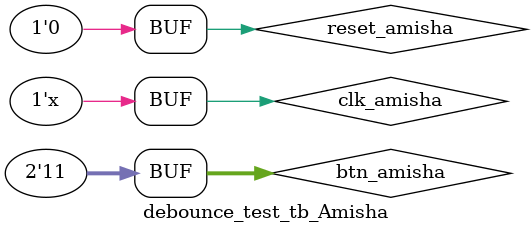
<source format=v>
`timescale 1ns / 1ps


module debounce_test_tb_Amisha;
	// Inputs
	reg clk_amisha;
	reg reset_amisha;
	reg [1:0] btn_amisha;
	// Outputs
	wire [3:0] an_amisha;
	wire [7:0] sseg_amisha;
	// Instantiate the Unit Under Test (UUT)
	debounce_test_Amisha uut (
		.clk_amisha(clk_amisha), 
		.reset_amisha(reset_amisha), 
		.btn_amisha(btn_amisha), 
		.an_amisha(an_amisha), 
		.sseg_amisha(sseg_amisha)
	);
	initial begin
		clk_amisha = 0;
		reset_amisha = 1;
		btn_amisha = 0;
		#200;
		reset_amisha = 0;
		btn_amisha = 2'b00;
		#200;
		btn_amisha = 2'b01;
		#200;
		btn_amisha = 2'b10;
		#200;
		btn_amisha = 2'b11;
		#200;
	end
always #100 clk_amisha = ~clk_amisha;    
endmodule


</source>
